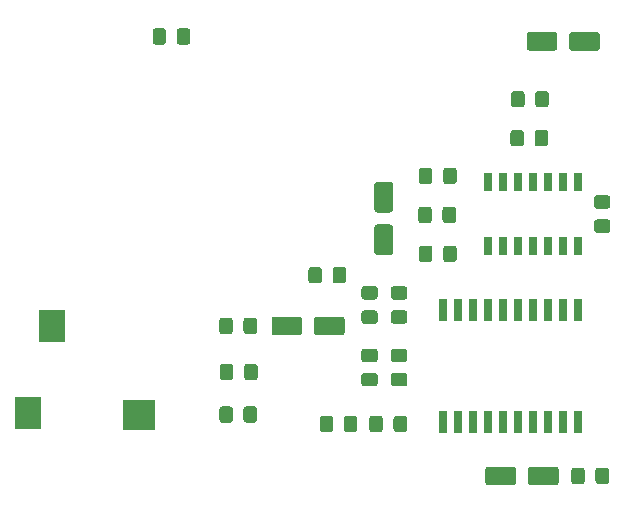
<source format=gbr>
%TF.GenerationSoftware,KiCad,Pcbnew,(5.1.6)-1*%
%TF.CreationDate,2022-10-11T10:20:53-04:00*%
%TF.ProjectId,AP420-renewed,41503432-302d-4726-956e-657765642e6b,rev?*%
%TF.SameCoordinates,Original*%
%TF.FileFunction,Paste,Top*%
%TF.FilePolarity,Positive*%
%FSLAX46Y46*%
G04 Gerber Fmt 4.6, Leading zero omitted, Abs format (unit mm)*
G04 Created by KiCad (PCBNEW (5.1.6)-1) date 2022-10-11 10:20:53*
%MOMM*%
%LPD*%
G01*
G04 APERTURE LIST*
%ADD10R,0.650000X1.950000*%
%ADD11R,2.200000X2.800000*%
%ADD12R,2.800000X2.600000*%
%ADD13R,0.650000X1.525000*%
G04 APERTURE END LIST*
%TO.C,C1*%
G36*
G01*
X189500000Y-89650000D02*
X189500000Y-90750000D01*
G75*
G02*
X189250000Y-91000000I-250000J0D01*
G01*
X187150000Y-91000000D01*
G75*
G02*
X186900000Y-90750000I0J250000D01*
G01*
X186900000Y-89650000D01*
G75*
G02*
X187150000Y-89400000I250000J0D01*
G01*
X189250000Y-89400000D01*
G75*
G02*
X189500000Y-89650000I0J-250000D01*
G01*
G37*
G36*
G01*
X185900000Y-89650000D02*
X185900000Y-90750000D01*
G75*
G02*
X185650000Y-91000000I-250000J0D01*
G01*
X183550000Y-91000000D01*
G75*
G02*
X183300000Y-90750000I0J250000D01*
G01*
X183300000Y-89650000D01*
G75*
G02*
X183550000Y-89400000I250000J0D01*
G01*
X185650000Y-89400000D01*
G75*
G02*
X185900000Y-89650000I0J-250000D01*
G01*
G37*
%TD*%
%TO.C,C2*%
G36*
G01*
X196875000Y-80349999D02*
X196875000Y-81250001D01*
G75*
G02*
X196625001Y-81500000I-249999J0D01*
G01*
X195974999Y-81500000D01*
G75*
G02*
X195725000Y-81250001I0J249999D01*
G01*
X195725000Y-80349999D01*
G75*
G02*
X195974999Y-80100000I249999J0D01*
G01*
X196625001Y-80100000D01*
G75*
G02*
X196875000Y-80349999I0J-249999D01*
G01*
G37*
G36*
G01*
X198925000Y-80349999D02*
X198925000Y-81250001D01*
G75*
G02*
X198675001Y-81500000I-249999J0D01*
G01*
X198024999Y-81500000D01*
G75*
G02*
X197775000Y-81250001I0J249999D01*
G01*
X197775000Y-80349999D01*
G75*
G02*
X198024999Y-80100000I249999J0D01*
G01*
X198675001Y-80100000D01*
G75*
G02*
X198925000Y-80349999I0J-249999D01*
G01*
G37*
%TD*%
%TO.C,C3*%
G36*
G01*
X207500000Y-65550000D02*
X207500000Y-66650000D01*
G75*
G02*
X207250000Y-66900000I-250000J0D01*
G01*
X205150000Y-66900000D01*
G75*
G02*
X204900000Y-66650000I0J250000D01*
G01*
X204900000Y-65550000D01*
G75*
G02*
X205150000Y-65300000I250000J0D01*
G01*
X207250000Y-65300000D01*
G75*
G02*
X207500000Y-65550000I0J-250000D01*
G01*
G37*
G36*
G01*
X211100000Y-65550000D02*
X211100000Y-66650000D01*
G75*
G02*
X210850000Y-66900000I-250000J0D01*
G01*
X208750000Y-66900000D01*
G75*
G02*
X208500000Y-66650000I0J250000D01*
G01*
X208500000Y-65550000D01*
G75*
G02*
X208750000Y-65300000I250000J0D01*
G01*
X210850000Y-65300000D01*
G75*
G02*
X211100000Y-65550000I0J-250000D01*
G01*
G37*
%TD*%
%TO.C,C4*%
G36*
G01*
X204000000Y-102350000D02*
X204000000Y-103450000D01*
G75*
G02*
X203750000Y-103700000I-250000J0D01*
G01*
X201650000Y-103700000D01*
G75*
G02*
X201400000Y-103450000I0J250000D01*
G01*
X201400000Y-102350000D01*
G75*
G02*
X201650000Y-102100000I250000J0D01*
G01*
X203750000Y-102100000D01*
G75*
G02*
X204000000Y-102350000I0J-250000D01*
G01*
G37*
G36*
G01*
X207600000Y-102350000D02*
X207600000Y-103450000D01*
G75*
G02*
X207350000Y-103700000I-250000J0D01*
G01*
X205250000Y-103700000D01*
G75*
G02*
X205000000Y-103450000I0J250000D01*
G01*
X205000000Y-102350000D01*
G75*
G02*
X205250000Y-102100000I250000J0D01*
G01*
X207350000Y-102100000D01*
G75*
G02*
X207600000Y-102350000I0J-250000D01*
G01*
G37*
%TD*%
%TO.C,C5*%
G36*
G01*
X191149999Y-92125000D02*
X192050001Y-92125000D01*
G75*
G02*
X192300000Y-92374999I0J-249999D01*
G01*
X192300000Y-93025001D01*
G75*
G02*
X192050001Y-93275000I-249999J0D01*
G01*
X191149999Y-93275000D01*
G75*
G02*
X190900000Y-93025001I0J249999D01*
G01*
X190900000Y-92374999D01*
G75*
G02*
X191149999Y-92125000I249999J0D01*
G01*
G37*
G36*
G01*
X191149999Y-94175000D02*
X192050001Y-94175000D01*
G75*
G02*
X192300000Y-94424999I0J-249999D01*
G01*
X192300000Y-95075001D01*
G75*
G02*
X192050001Y-95325000I-249999J0D01*
G01*
X191149999Y-95325000D01*
G75*
G02*
X190900000Y-95075001I0J249999D01*
G01*
X190900000Y-94424999D01*
G75*
G02*
X191149999Y-94175000I249999J0D01*
G01*
G37*
%TD*%
%TO.C,C6*%
G36*
G01*
X193350000Y-84200000D02*
X192250000Y-84200000D01*
G75*
G02*
X192000000Y-83950000I0J250000D01*
G01*
X192000000Y-81850000D01*
G75*
G02*
X192250000Y-81600000I250000J0D01*
G01*
X193350000Y-81600000D01*
G75*
G02*
X193600000Y-81850000I0J-250000D01*
G01*
X193600000Y-83950000D01*
G75*
G02*
X193350000Y-84200000I-250000J0D01*
G01*
G37*
G36*
G01*
X193350000Y-80600000D02*
X192250000Y-80600000D01*
G75*
G02*
X192000000Y-80350000I0J250000D01*
G01*
X192000000Y-78250000D01*
G75*
G02*
X192250000Y-78000000I250000J0D01*
G01*
X193350000Y-78000000D01*
G75*
G02*
X193600000Y-78250000I0J-250000D01*
G01*
X193600000Y-80350000D01*
G75*
G02*
X193350000Y-80600000I-250000J0D01*
G01*
G37*
%TD*%
D10*
%TO.C,IC2*%
X209215000Y-88875000D03*
X207945000Y-88875000D03*
X206675000Y-88875000D03*
X205405000Y-88875000D03*
X204135000Y-88875000D03*
X202865000Y-88875000D03*
X201595000Y-88875000D03*
X200325000Y-88875000D03*
X199055000Y-88875000D03*
X197785000Y-88875000D03*
X197785000Y-98325000D03*
X199055000Y-98325000D03*
X200325000Y-98325000D03*
X201595000Y-98325000D03*
X202865000Y-98325000D03*
X204135000Y-98325000D03*
X205405000Y-98325000D03*
X206675000Y-98325000D03*
X207945000Y-98325000D03*
X209215000Y-98325000D03*
%TD*%
D11*
%TO.C,J1*%
X162700000Y-97600000D03*
D12*
X172100000Y-97700000D03*
D11*
X164700000Y-90200000D03*
%TD*%
%TO.C,R0*%
G36*
G01*
X178875000Y-90650001D02*
X178875000Y-89749999D01*
G75*
G02*
X179124999Y-89500000I249999J0D01*
G01*
X179775001Y-89500000D01*
G75*
G02*
X180025000Y-89749999I0J-249999D01*
G01*
X180025000Y-90650001D01*
G75*
G02*
X179775001Y-90900000I-249999J0D01*
G01*
X179124999Y-90900000D01*
G75*
G02*
X178875000Y-90650001I0J249999D01*
G01*
G37*
G36*
G01*
X180925000Y-90650001D02*
X180925000Y-89749999D01*
G75*
G02*
X181174999Y-89500000I249999J0D01*
G01*
X181825001Y-89500000D01*
G75*
G02*
X182075000Y-89749999I0J-249999D01*
G01*
X182075000Y-90650001D01*
G75*
G02*
X181825001Y-90900000I-249999J0D01*
G01*
X181174999Y-90900000D01*
G75*
G02*
X180925000Y-90650001I0J249999D01*
G01*
G37*
%TD*%
%TO.C,R1*%
G36*
G01*
X180925000Y-98150001D02*
X180925000Y-97249999D01*
G75*
G02*
X181174999Y-97000000I249999J0D01*
G01*
X181825001Y-97000000D01*
G75*
G02*
X182075000Y-97249999I0J-249999D01*
G01*
X182075000Y-98150001D01*
G75*
G02*
X181825001Y-98400000I-249999J0D01*
G01*
X181174999Y-98400000D01*
G75*
G02*
X180925000Y-98150001I0J249999D01*
G01*
G37*
G36*
G01*
X178875000Y-98150001D02*
X178875000Y-97249999D01*
G75*
G02*
X179124999Y-97000000I249999J0D01*
G01*
X179775001Y-97000000D01*
G75*
G02*
X180025000Y-97249999I0J-249999D01*
G01*
X180025000Y-98150001D01*
G75*
G02*
X179775001Y-98400000I-249999J0D01*
G01*
X179124999Y-98400000D01*
G75*
G02*
X178875000Y-98150001I0J249999D01*
G01*
G37*
%TD*%
%TO.C,R2*%
G36*
G01*
X208675000Y-103350001D02*
X208675000Y-102449999D01*
G75*
G02*
X208924999Y-102200000I249999J0D01*
G01*
X209575001Y-102200000D01*
G75*
G02*
X209825000Y-102449999I0J-249999D01*
G01*
X209825000Y-103350001D01*
G75*
G02*
X209575001Y-103600000I-249999J0D01*
G01*
X208924999Y-103600000D01*
G75*
G02*
X208675000Y-103350001I0J249999D01*
G01*
G37*
G36*
G01*
X210725000Y-103350001D02*
X210725000Y-102449999D01*
G75*
G02*
X210974999Y-102200000I249999J0D01*
G01*
X211625001Y-102200000D01*
G75*
G02*
X211875000Y-102449999I0J-249999D01*
G01*
X211875000Y-103350001D01*
G75*
G02*
X211625001Y-103600000I-249999J0D01*
G01*
X210974999Y-103600000D01*
G75*
G02*
X210725000Y-103350001I0J249999D01*
G01*
G37*
%TD*%
%TO.C,R3*%
G36*
G01*
X188525000Y-98049999D02*
X188525000Y-98950001D01*
G75*
G02*
X188275001Y-99200000I-249999J0D01*
G01*
X187624999Y-99200000D01*
G75*
G02*
X187375000Y-98950001I0J249999D01*
G01*
X187375000Y-98049999D01*
G75*
G02*
X187624999Y-97800000I249999J0D01*
G01*
X188275001Y-97800000D01*
G75*
G02*
X188525000Y-98049999I0J-249999D01*
G01*
G37*
G36*
G01*
X190575000Y-98049999D02*
X190575000Y-98950001D01*
G75*
G02*
X190325001Y-99200000I-249999J0D01*
G01*
X189674999Y-99200000D01*
G75*
G02*
X189425000Y-98950001I0J249999D01*
G01*
X189425000Y-98049999D01*
G75*
G02*
X189674999Y-97800000I249999J0D01*
G01*
X190325001Y-97800000D01*
G75*
G02*
X190575000Y-98049999I0J-249999D01*
G01*
G37*
%TD*%
%TO.C,R4*%
G36*
G01*
X182125000Y-93649999D02*
X182125000Y-94550001D01*
G75*
G02*
X181875001Y-94800000I-249999J0D01*
G01*
X181224999Y-94800000D01*
G75*
G02*
X180975000Y-94550001I0J249999D01*
G01*
X180975000Y-93649999D01*
G75*
G02*
X181224999Y-93400000I249999J0D01*
G01*
X181875001Y-93400000D01*
G75*
G02*
X182125000Y-93649999I0J-249999D01*
G01*
G37*
G36*
G01*
X180075000Y-93649999D02*
X180075000Y-94550001D01*
G75*
G02*
X179825001Y-94800000I-249999J0D01*
G01*
X179174999Y-94800000D01*
G75*
G02*
X178925000Y-94550001I0J249999D01*
G01*
X178925000Y-93649999D01*
G75*
G02*
X179174999Y-93400000I249999J0D01*
G01*
X179825001Y-93400000D01*
G75*
G02*
X180075000Y-93649999I0J-249999D01*
G01*
G37*
%TD*%
%TO.C,R5*%
G36*
G01*
X197825000Y-84550001D02*
X197825000Y-83649999D01*
G75*
G02*
X198074999Y-83400000I249999J0D01*
G01*
X198725001Y-83400000D01*
G75*
G02*
X198975000Y-83649999I0J-249999D01*
G01*
X198975000Y-84550001D01*
G75*
G02*
X198725001Y-84800000I-249999J0D01*
G01*
X198074999Y-84800000D01*
G75*
G02*
X197825000Y-84550001I0J249999D01*
G01*
G37*
G36*
G01*
X195775000Y-84550001D02*
X195775000Y-83649999D01*
G75*
G02*
X196024999Y-83400000I249999J0D01*
G01*
X196675001Y-83400000D01*
G75*
G02*
X196925000Y-83649999I0J-249999D01*
G01*
X196925000Y-84550001D01*
G75*
G02*
X196675001Y-84800000I-249999J0D01*
G01*
X196024999Y-84800000D01*
G75*
G02*
X195775000Y-84550001I0J249999D01*
G01*
G37*
%TD*%
%TO.C,R6*%
G36*
G01*
X198975000Y-77049999D02*
X198975000Y-77950001D01*
G75*
G02*
X198725001Y-78200000I-249999J0D01*
G01*
X198074999Y-78200000D01*
G75*
G02*
X197825000Y-77950001I0J249999D01*
G01*
X197825000Y-77049999D01*
G75*
G02*
X198074999Y-76800000I249999J0D01*
G01*
X198725001Y-76800000D01*
G75*
G02*
X198975000Y-77049999I0J-249999D01*
G01*
G37*
G36*
G01*
X196925000Y-77049999D02*
X196925000Y-77950001D01*
G75*
G02*
X196675001Y-78200000I-249999J0D01*
G01*
X196024999Y-78200000D01*
G75*
G02*
X195775000Y-77950001I0J249999D01*
G01*
X195775000Y-77049999D01*
G75*
G02*
X196024999Y-76800000I249999J0D01*
G01*
X196675001Y-76800000D01*
G75*
G02*
X196925000Y-77049999I0J-249999D01*
G01*
G37*
%TD*%
%TO.C,R7*%
G36*
G01*
X192725000Y-98049999D02*
X192725000Y-98950001D01*
G75*
G02*
X192475001Y-99200000I-249999J0D01*
G01*
X191824999Y-99200000D01*
G75*
G02*
X191575000Y-98950001I0J249999D01*
G01*
X191575000Y-98049999D01*
G75*
G02*
X191824999Y-97800000I249999J0D01*
G01*
X192475001Y-97800000D01*
G75*
G02*
X192725000Y-98049999I0J-249999D01*
G01*
G37*
G36*
G01*
X194775000Y-98049999D02*
X194775000Y-98950001D01*
G75*
G02*
X194525001Y-99200000I-249999J0D01*
G01*
X193874999Y-99200000D01*
G75*
G02*
X193625000Y-98950001I0J249999D01*
G01*
X193625000Y-98049999D01*
G75*
G02*
X193874999Y-97800000I249999J0D01*
G01*
X194525001Y-97800000D01*
G75*
G02*
X194775000Y-98049999I0J-249999D01*
G01*
G37*
%TD*%
%TO.C,R8*%
G36*
G01*
X211750001Y-82325000D02*
X210849999Y-82325000D01*
G75*
G02*
X210600000Y-82075001I0J249999D01*
G01*
X210600000Y-81424999D01*
G75*
G02*
X210849999Y-81175000I249999J0D01*
G01*
X211750001Y-81175000D01*
G75*
G02*
X212000000Y-81424999I0J-249999D01*
G01*
X212000000Y-82075001D01*
G75*
G02*
X211750001Y-82325000I-249999J0D01*
G01*
G37*
G36*
G01*
X211750001Y-80275000D02*
X210849999Y-80275000D01*
G75*
G02*
X210600000Y-80025001I0J249999D01*
G01*
X210600000Y-79374999D01*
G75*
G02*
X210849999Y-79125000I249999J0D01*
G01*
X211750001Y-79125000D01*
G75*
G02*
X212000000Y-79374999I0J-249999D01*
G01*
X212000000Y-80025001D01*
G75*
G02*
X211750001Y-80275000I-249999J0D01*
G01*
G37*
%TD*%
%TO.C,R9*%
G36*
G01*
X194550001Y-87975000D02*
X193649999Y-87975000D01*
G75*
G02*
X193400000Y-87725001I0J249999D01*
G01*
X193400000Y-87074999D01*
G75*
G02*
X193649999Y-86825000I249999J0D01*
G01*
X194550001Y-86825000D01*
G75*
G02*
X194800000Y-87074999I0J-249999D01*
G01*
X194800000Y-87725001D01*
G75*
G02*
X194550001Y-87975000I-249999J0D01*
G01*
G37*
G36*
G01*
X194550001Y-90025000D02*
X193649999Y-90025000D01*
G75*
G02*
X193400000Y-89775001I0J249999D01*
G01*
X193400000Y-89124999D01*
G75*
G02*
X193649999Y-88875000I249999J0D01*
G01*
X194550001Y-88875000D01*
G75*
G02*
X194800000Y-89124999I0J-249999D01*
G01*
X194800000Y-89775001D01*
G75*
G02*
X194550001Y-90025000I-249999J0D01*
G01*
G37*
%TD*%
%TO.C,R10*%
G36*
G01*
X191149999Y-86825000D02*
X192050001Y-86825000D01*
G75*
G02*
X192300000Y-87074999I0J-249999D01*
G01*
X192300000Y-87725001D01*
G75*
G02*
X192050001Y-87975000I-249999J0D01*
G01*
X191149999Y-87975000D01*
G75*
G02*
X190900000Y-87725001I0J249999D01*
G01*
X190900000Y-87074999D01*
G75*
G02*
X191149999Y-86825000I249999J0D01*
G01*
G37*
G36*
G01*
X191149999Y-88875000D02*
X192050001Y-88875000D01*
G75*
G02*
X192300000Y-89124999I0J-249999D01*
G01*
X192300000Y-89775001D01*
G75*
G02*
X192050001Y-90025000I-249999J0D01*
G01*
X191149999Y-90025000D01*
G75*
G02*
X190900000Y-89775001I0J249999D01*
G01*
X190900000Y-89124999D01*
G75*
G02*
X191149999Y-88875000I249999J0D01*
G01*
G37*
%TD*%
%TO.C,R11*%
G36*
G01*
X194550001Y-93275000D02*
X193649999Y-93275000D01*
G75*
G02*
X193400000Y-93025001I0J249999D01*
G01*
X193400000Y-92374999D01*
G75*
G02*
X193649999Y-92125000I249999J0D01*
G01*
X194550001Y-92125000D01*
G75*
G02*
X194800000Y-92374999I0J-249999D01*
G01*
X194800000Y-93025001D01*
G75*
G02*
X194550001Y-93275000I-249999J0D01*
G01*
G37*
G36*
G01*
X194550001Y-95325000D02*
X193649999Y-95325000D01*
G75*
G02*
X193400000Y-95075001I0J249999D01*
G01*
X193400000Y-94424999D01*
G75*
G02*
X193649999Y-94175000I249999J0D01*
G01*
X194550001Y-94175000D01*
G75*
G02*
X194800000Y-94424999I0J-249999D01*
G01*
X194800000Y-95075001D01*
G75*
G02*
X194550001Y-95325000I-249999J0D01*
G01*
G37*
%TD*%
%TO.C,R12*%
G36*
G01*
X188475000Y-86350001D02*
X188475000Y-85449999D01*
G75*
G02*
X188724999Y-85200000I249999J0D01*
G01*
X189375001Y-85200000D01*
G75*
G02*
X189625000Y-85449999I0J-249999D01*
G01*
X189625000Y-86350001D01*
G75*
G02*
X189375001Y-86600000I-249999J0D01*
G01*
X188724999Y-86600000D01*
G75*
G02*
X188475000Y-86350001I0J249999D01*
G01*
G37*
G36*
G01*
X186425000Y-86350001D02*
X186425000Y-85449999D01*
G75*
G02*
X186674999Y-85200000I249999J0D01*
G01*
X187325001Y-85200000D01*
G75*
G02*
X187575000Y-85449999I0J-249999D01*
G01*
X187575000Y-86350001D01*
G75*
G02*
X187325001Y-86600000I-249999J0D01*
G01*
X186674999Y-86600000D01*
G75*
G02*
X186425000Y-86350001I0J249999D01*
G01*
G37*
%TD*%
%TO.C,R13*%
G36*
G01*
X176425000Y-65249999D02*
X176425000Y-66150001D01*
G75*
G02*
X176175001Y-66400000I-249999J0D01*
G01*
X175524999Y-66400000D01*
G75*
G02*
X175275000Y-66150001I0J249999D01*
G01*
X175275000Y-65249999D01*
G75*
G02*
X175524999Y-65000000I249999J0D01*
G01*
X176175001Y-65000000D01*
G75*
G02*
X176425000Y-65249999I0J-249999D01*
G01*
G37*
G36*
G01*
X174375000Y-65249999D02*
X174375000Y-66150001D01*
G75*
G02*
X174125001Y-66400000I-249999J0D01*
G01*
X173474999Y-66400000D01*
G75*
G02*
X173225000Y-66150001I0J249999D01*
G01*
X173225000Y-65249999D01*
G75*
G02*
X173474999Y-65000000I249999J0D01*
G01*
X174125001Y-65000000D01*
G75*
G02*
X174375000Y-65249999I0J-249999D01*
G01*
G37*
%TD*%
%TO.C,R14*%
G36*
G01*
X204675000Y-73849999D02*
X204675000Y-74750001D01*
G75*
G02*
X204425001Y-75000000I-249999J0D01*
G01*
X203774999Y-75000000D01*
G75*
G02*
X203525000Y-74750001I0J249999D01*
G01*
X203525000Y-73849999D01*
G75*
G02*
X203774999Y-73600000I249999J0D01*
G01*
X204425001Y-73600000D01*
G75*
G02*
X204675000Y-73849999I0J-249999D01*
G01*
G37*
G36*
G01*
X206725000Y-73849999D02*
X206725000Y-74750001D01*
G75*
G02*
X206475001Y-75000000I-249999J0D01*
G01*
X205824999Y-75000000D01*
G75*
G02*
X205575000Y-74750001I0J249999D01*
G01*
X205575000Y-73849999D01*
G75*
G02*
X205824999Y-73600000I249999J0D01*
G01*
X206475001Y-73600000D01*
G75*
G02*
X206725000Y-73849999I0J-249999D01*
G01*
G37*
%TD*%
%TO.C,R15*%
G36*
G01*
X203575000Y-71450001D02*
X203575000Y-70549999D01*
G75*
G02*
X203824999Y-70300000I249999J0D01*
G01*
X204475001Y-70300000D01*
G75*
G02*
X204725000Y-70549999I0J-249999D01*
G01*
X204725000Y-71450001D01*
G75*
G02*
X204475001Y-71700000I-249999J0D01*
G01*
X203824999Y-71700000D01*
G75*
G02*
X203575000Y-71450001I0J249999D01*
G01*
G37*
G36*
G01*
X205625000Y-71450001D02*
X205625000Y-70549999D01*
G75*
G02*
X205874999Y-70300000I249999J0D01*
G01*
X206525001Y-70300000D01*
G75*
G02*
X206775000Y-70549999I0J-249999D01*
G01*
X206775000Y-71450001D01*
G75*
G02*
X206525001Y-71700000I-249999J0D01*
G01*
X205874999Y-71700000D01*
G75*
G02*
X205625000Y-71450001I0J249999D01*
G01*
G37*
%TD*%
D13*
%TO.C,U1*%
X201590000Y-83412000D03*
X202860000Y-83412000D03*
X204130000Y-83412000D03*
X205400000Y-83412000D03*
X206670000Y-83412000D03*
X207940000Y-83412000D03*
X209210000Y-83412000D03*
X209210000Y-77988000D03*
X207940000Y-77988000D03*
X206670000Y-77988000D03*
X205400000Y-77988000D03*
X204130000Y-77988000D03*
X202860000Y-77988000D03*
X201590000Y-77988000D03*
%TD*%
M02*

</source>
